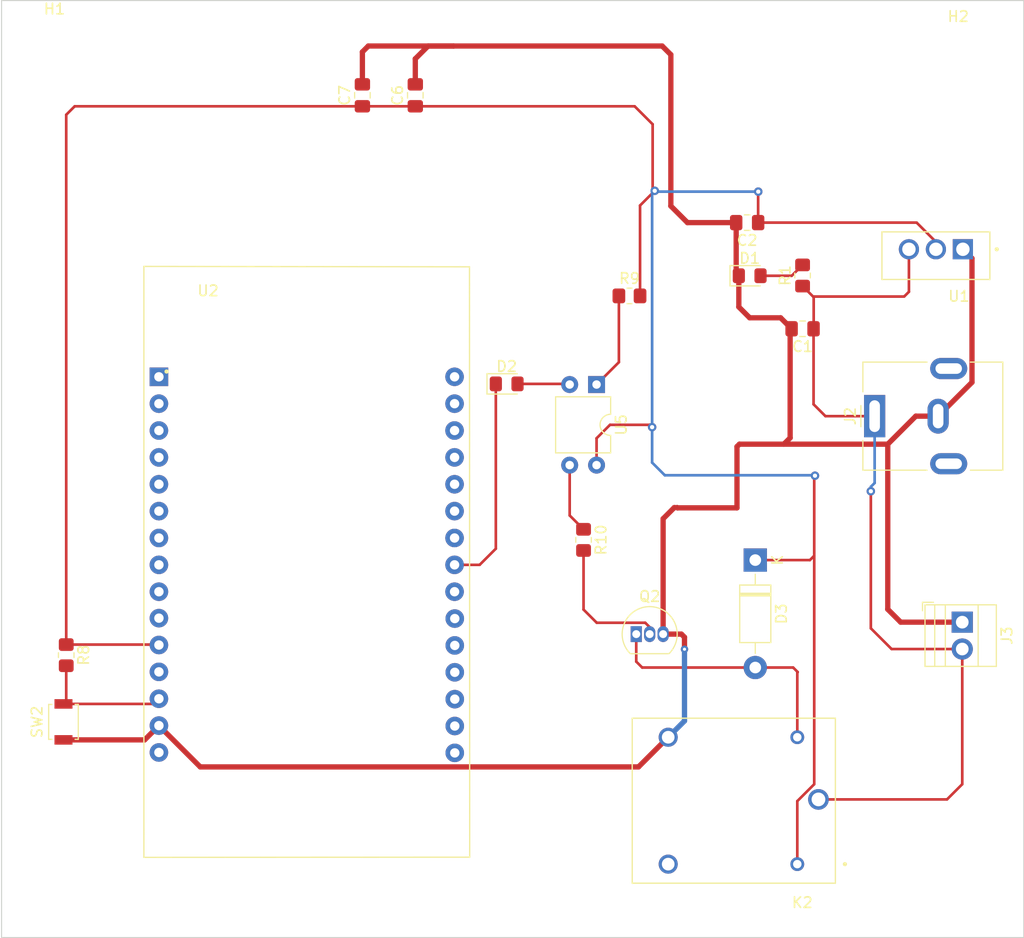
<source format=kicad_pcb>
(kicad_pcb (version 20240108) (generator "pcbnew") (generator_version "8.0")
  (title_block (title "water_ctrl_hw") (date "2024-10-10"))
  (layers (0 "F.Cu" signal) (31 "B.Cu" signal) (34 "B.Paste" user) (35 "F.Paste" user) (36 "B.SilkS" user "B.Silkscreen") (37 "F.SilkS" user "F.Silkscreen") (38 "B.Mask" user) (39 "F.Mask" user) (44 "Edge.Cuts" user))
  (net 0 "")
  (net 1 "+12V")
  (net 2 "GND")
  (net 3 "+3V3")
  (net 4 "Net-(SW2-B)")
  (net 5 "Net-(D1-A)")
  (net 6 "/IO_21")
  (net 7 "Net-(D2-A)")
  (net 8 "Net-(D3-A)")
  (net 9 "Net-(Q2-B)")
  (net 10 "Net-(R9-Pad1)")
  (net 11 "Net-(R10-Pad1)")
  (footprint "Resistor_SMD:R_0805_2012Metric_Pad1.20x1.40mm_HandSolder" (layer "F.Cu") (at 188.2 81 90)
    (property "Reference" "R1" (at 0 -1.65 90) (layer "F.SilkS"))
    (property "Value" "2K")
    (fp_line (start -0.227064 -0.735) (end 0.227064 -0.735) (stroke (width 0.12)) (layer "F.SilkS"))
    (fp_line (start -0.227064 0.735) (end 0.227064 0.735) (stroke (width 0.12)) (layer "F.SilkS"))
    (pad "1" smd roundrect (at -1 0 90) (size 1.2 1.4) (layers "F.Cu" "F.Paste" "F.Mask") (roundrect_rratio 0.208333) (net 1 "+12V"))
    (pad "2" smd roundrect (at 1 0 90) (size 1.2 1.4) (layers "F.Cu" "F.Paste" "F.Mask") (roundrect_rratio 0.208333) (net 5 "Net-(D1-A)"))
  )
  (footprint "Diode_THT:D_DO-41_SOD81_P10.16mm_Horizontal" (layer "F.Cu") (at 183.73 107.91 -90)
    (property "Reference" "D3" (at 5.08 -2.47 90) (layer "F.SilkS"))
    (property "Value" "1N4007")
    (fp_line (start 2.36 1.47) (end 7.8 1.47) (stroke (width 0.12)) (layer "F.SilkS"))
    (fp_line (start 7.8 1.47) (end 7.8 -1.47) (stroke (width 0.12)) (layer "F.SilkS"))
    (fp_line (start 1.34 0) (end 2.36 0) (stroke (width 0.12)) (layer "F.SilkS"))
    (fp_line (start 8.82 0) (end 7.8 0) (stroke (width 0.12)) (layer "F.SilkS"))
    (fp_line (start 2.36 -1.47) (end 2.36 1.47) (stroke (width 0.12)) (layer "F.SilkS"))
    (fp_line (start 3.14 -1.47) (end 3.14 1.47) (stroke (width 0.12)) (layer "F.SilkS"))
    (fp_line (start 3.26 -1.47) (end 3.26 1.47) (stroke (width 0.12)) (layer "F.SilkS"))
    (fp_line (start 3.38 -1.47) (end 3.38 1.47) (stroke (width 0.12)) (layer "F.SilkS"))
    (fp_line (start 7.8 -1.47) (end 2.36 -1.47) (stroke (width 0.12)) (layer "F.SilkS"))
    (fp_text user "K" (at 0 -2.1 90) (layer "F.SilkS"))
    (pad "1" thru_hole rect (at 0 0 270) (size 2.2 2.2) (drill 1.1) (layers "*.Cu" "*.Mask") (net 3 "+3V3"))
    (pad "2" thru_hole oval (at 10.16 0 270) (size 2.2 2.2) (drill 1.1) (layers "*.Cu" "*.Mask") (net 8 "Net-(D3-A)"))
  )
  (footprint "LED_SMD:LED_0805_2012Metric_Pad1.15x1.40mm_HandSolder" (layer "F.Cu") (at 160.235 91.25)
    (property "Reference" "D2" (at 0 -1.65 0) (layer "F.SilkS"))
    (property "Value" "RED_LED")
    (fp_line (start -1.86 -0.96) (end -1.86 0.96) (stroke (width 0.12)) (layer "F.SilkS"))
    (fp_line (start -1.86 0.96) (end 1 0.96) (stroke (width 0.12)) (layer "F.SilkS"))
    (fp_line (start 1 -0.96) (end -1.86 -0.96) (stroke (width 0.12)) (layer "F.SilkS"))
    (pad "1" smd roundrect (at -1.025 0) (size 1.15 1.4) (layers "F.Cu" "F.Paste" "F.Mask") (roundrect_rratio 0.217391) (net 6 "/IO_21"))
    (pad "2" smd roundrect (at 1.025 0) (size 1.15 1.4) (layers "F.Cu" "F.Paste" "F.Mask") (roundrect_rratio 0.217391) (net 7 "Net-(D2-A)"))
  )
  (footprint "LED_SMD:LED_0805_2012Metric_Pad1.15x1.40mm_HandSolder" (layer "F.Cu") (at 183.2 81.025)
    (property "Reference" "D1" (at 0 -1.65 0) (layer "F.SilkS"))
    (property "Value" "YELLOW_LED")
    (fp_line (start -1.86 -0.96) (end -1.86 0.96) (stroke (width 0.12)) (layer "F.SilkS"))
    (fp_line (start -1.86 0.96) (end 1 0.96) (stroke (width 0.12)) (layer "F.SilkS"))
    (fp_line (start 1 -0.96) (end -1.86 -0.96) (stroke (width 0.12)) (layer "F.SilkS"))
    (pad "1" smd roundrect (at -1.025 0) (size 1.15 1.4) (layers "F.Cu" "F.Paste" "F.Mask") (roundrect_rratio 0.217391) (net 2 "GND"))
    (pad "2" smd roundrect (at 1.025 0) (size 1.15 1.4) (layers "F.Cu" "F.Paste" "F.Mask") (roundrect_rratio 0.217391) (net 5 "Net-(D1-A)"))
  )
  (footprint "Resistor_SMD:R_0805_2012Metric_Pad1.20x1.40mm_HandSolder" (layer "F.Cu") (at 118.61 116.9 -90)
    (property "Reference" "R8" (at 0 -1.65 90) (layer "F.SilkS"))
    (property "Value" "10K")
    (fp_line (start -0.227064 0.735) (end 0.227064 0.735) (stroke (width 0.12)) (layer "F.SilkS"))
    (fp_line (start -0.227064 -0.735) (end 0.227064 -0.735) (stroke (width 0.12)) (layer "F.SilkS"))
    (pad "1" smd roundrect (at -1 0 270) (size 1.2 1.4) (layers "F.Cu" "F.Paste" "F.Mask") (roundrect_rratio 0.208333) (net 3 "+3V3"))
    (pad "2" smd roundrect (at 1 0 270) (size 1.2 1.4) (layers "F.Cu" "F.Paste" "F.Mask") (roundrect_rratio 0.208333) (net 4 "Net-(SW2-B)"))
  )
  (footprint "Package_DIP:DIP-4_W7.62mm" (layer "F.Cu") (at 168.73 91.31 -90)
    (property "Reference" "U5" (at 3.81 -2.33 -90) (layer "F.SilkS"))
    (property "Value" "PC817")
    (fp_line (start 1.16 3.87) (end 6.46 3.87) (stroke (width 0.12)) (layer "F.SilkS"))
    (fp_line (start 6.46 3.87) (end 6.46 -1.33) (stroke (width 0.12)) (layer "F.SilkS"))
    (fp_line (start 1.16 -1.33) (end 1.16 3.87) (stroke (width 0.12)) (layer "F.SilkS"))
    (fp_line (start 2.81 -1.33) (end 1.16 -1.33) (stroke (width 0.12)) (layer "F.SilkS"))
    (fp_line (start 6.46 -1.33) (end 4.81 -1.33) (stroke (width 0.12)) (layer "F.SilkS"))
    (fp_arc (start 4.81 -1.33) (mid 3.81 -0.33) (end 2.81 -1.33) (stroke (width 0.12)) (layer "F.SilkS"))
    (pad "1" thru_hole rect (at 0 0 270) (size 1.6 1.6) (drill 0.8) (layers "*.Cu" "*.Mask") (net 10 "Net-(R9-Pad1)"))
    (pad "2" thru_hole oval (at 0 2.54 270) (size 1.6 1.6) (drill 0.8) (layers "*.Cu" "*.Mask") (net 7 "Net-(D2-A)"))
    (pad "3" thru_hole oval (at 7.62 2.54 270) (size 1.6 1.6) (drill 0.8) (layers "*.Cu" "*.Mask") (net 11 "Net-(R10-Pad1)"))
    (pad "4" thru_hole oval (at 7.62 0 270) (size 1.6 1.6) (drill 0.8) (layers "*.Cu" "*.Mask") (net 3 "+3V3"))
  )
  (footprint "MountingHole:MountingHole_3.2mm_M3" (layer "F.Cu") (at 202.91 60.71)
    (property "Reference" "H2" (at 0 -4.2 0) (layer "F.SilkS"))
    (property "Value" "MountingHole" (hide yes))
    (pad "" np_thru_hole circle (at 0 0) (size 3.2 3.2) (drill 3.2) (layers "*.Cu" "*.Mask"))
  )
  (footprint "Resistor_SMD:R_0805_2012Metric_Pad1.20x1.40mm_HandSolder" (layer "F.Cu") (at 167.5 106 -90)
    (property "Reference" "R10" (at 0 -1.65 90) (layer "F.SilkS"))
    (property "Value" "1K")
    (fp_line (start -0.227064 0.735) (end 0.227064 0.735) (stroke (width 0.12)) (layer "F.SilkS"))
    (fp_line (start -0.227064 -0.735) (end 0.227064 -0.735) (stroke (width 0.12)) (layer "F.SilkS"))
    (pad "1" smd roundrect (at -1 0 270) (size 1.2 1.4) (layers "F.Cu" "F.Paste" "F.Mask") (roundrect_rratio 0.208333) (net 11 "Net-(R10-Pad1)"))
    (pad "2" smd roundrect (at 1 0 270) (size 1.2 1.4) (layers "F.Cu" "F.Paste" "F.Mask") (roundrect_rratio 0.208333) (net 9 "Net-(Q2-B)"))
  )
  (footprint "Button_Switch_SMD:SW_SPST_B3U-1000P" (layer "F.Cu") (at 118.35 123.21 90)
    (property "Reference" "SW2" (at 0 -2.5 90) (layer "F.SilkS"))
    (property "Value" "SW_SPST")
    (fp_line (start 1.65 -1.4) (end 1.65 -1.1) (stroke (width 0.12)) (layer "F.SilkS"))
    (fp_line (start -1.65 -1.4) (end 1.65 -1.4) (stroke (width 0.12)) (layer "F.SilkS"))
    (fp_line (start -1.65 -1.1) (end -1.65 -1.4) (stroke (width 0.12)) (layer "F.SilkS"))
    (fp_line (start -1.65 1.1) (end -1.65 1.4) (stroke (width 0.12)) (layer "F.SilkS"))
    (fp_line (start 1.65 1.4) (end 1.65 1.1) (stroke (width 0.12)) (layer "F.SilkS"))
    (fp_line (start -1.65 1.4) (end 1.65 1.4) (stroke (width 0.12)) (layer "F.SilkS"))
    (pad "1" smd rect (at -1.7 0 90) (size 0.9 1.7) (layers "F.Cu" "F.Paste" "F.Mask") (net 2 "GND"))
    (pad "2" smd rect (at 1.7 0 90) (size 0.9 1.7) (layers "F.Cu" "F.Paste" "F.Mask") (net 4 "Net-(SW2-B)"))
  )
  (footprint "TerminalBlock:TerminalBlock_Xinya_XY308-2.54-2P_1x02_P2.54mm_Horizontal" (layer "F.Cu") (at 203.29 113.78 -90)
    (property "Reference" "J3" (at 1.27 -4.22 90) (layer "F.SilkS"))
    (property "Value" "Screw_Terminal_01x02")
    (fp_line (start -1.88 3.76) (end -1.08 3.76) (stroke (width 0.12)) (layer "F.SilkS"))
    (fp_line (start -1.64 3.52) (end 4.18 3.52) (stroke (width 0.12)) (layer "F.SilkS"))
    (fp_line (start -1.88 2.72) (end -1.88 3.76) (stroke (width 0.12)) (layer "F.SilkS"))
    (fp_line (start -1.64 2.6) (end 4.18 2.6) (stroke (width 0.12)) (layer "F.SilkS"))
    (fp_line (start -1.64 1.6) (end 4.18 1.6) (stroke (width 0.12)) (layer "F.SilkS"))
    (fp_line (start -1.64 -1.501) (end 4.18 -1.501) (stroke (width 0.12)) (layer "F.SilkS"))
    (fp_line (start -1.64 -3.22) (end -1.64 3.52) (stroke (width 0.12)) (layer "F.SilkS"))
    (fp_line (start -1.64 -3.22) (end 4.18 -3.22) (stroke (width 0.12)) (layer "F.SilkS"))
    (fp_line (start 4.18 -3.22) (end 4.18 3.52) (stroke (width 0.12)) (layer "F.SilkS"))
    (pad "1" thru_hole rect (at 0 0 270) (size 2 2) (drill 1.2) (layers "*.Cu" "*.Mask") (net 2 "GND"))
    (pad "2" thru_hole circle (at 2.54 0 270) (size 2 2) (drill 1.2) (layers "*.Cu" "*.Mask") (net 1 "+12V"))
  )
  (footprint "LD1117V33:TO255P1020X450X1968-3" (layer "F.Cu") (at 200.8 79.125 180)
    (property "Reference" "U1" (at -2.175 -3.84 0) (layer "F.SilkS"))
    (property "Value" "LD1117V33")
    (fp_line (start 5.1 2.25) (end -5.1 2.25) (stroke (width 0.127)) (layer "F.SilkS"))
    (fp_line (start 5.1 -2.25) (end 5.1 2.25) (stroke (width 0.127)) (layer "F.SilkS"))
    (fp_line (start -5.1 2.25) (end -5.1 -2.25) (stroke (width 0.127)) (layer "F.SilkS"))
    (fp_line (start -5.1 -2.25) (end 5.1 -2.25) (stroke (width 0.127)) (layer "F.SilkS"))
    (fp_circle (center -5.75 0.605) (end -5.65 0.605) (stroke (width 0.2)) (fill none) (layer "F.SilkS"))
    (pad "1" thru_hole rect (at -2.55 0.605 180) (size 1.91 1.91) (drill 1.27) (layers "*.Cu" "*.Mask") (net 2 "GND"))
    (pad "2" thru_hole circle (at 0 0.605 180) (size 1.91 1.91) (drill 1.27) (layers "*.Cu" "*.Mask") (net 3 "+3V3"))
    (pad "3" thru_hole circle (at 2.55 0.605 180) (size 1.91 1.91) (drill 1.27) (layers "*.Cu" "*.Mask") (net 1 "+12V"))
  )
  (footprint "Capacitor_SMD:C_0805_2012Metric_Pad1.18x1.45mm_HandSolder" (layer "F.Cu") (at 188.2 86.0375 180)
    (property "Reference" "C1" (at 0 -1.68 0) (layer "F.SilkS"))
    (property "Value" "100nF")
    (fp_line (start -0.261252 0.735) (end 0.261252 0.735) (stroke (width 0.12)) (layer "F.SilkS"))
    (fp_line (start -0.261252 -0.735) (end 0.261252 -0.735) (stroke (width 0.12)) (layer "F.SilkS"))
    (pad "1" smd roundrect (at -1.0375 0 180) (size 1.175 1.45) (layers "F.Cu" "F.Paste" "F.Mask") (roundrect_rratio 0.212766) (net 1 "+12V"))
    (pad "2" smd roundrect (at 1.0375 0 180) (size 1.175 1.45) (layers "F.Cu" "F.Paste" "F.Mask") (roundrect_rratio 0.212766) (net 2 "GND"))
  )
  (footprint "Capacitor_SMD:C_0805_2012Metric_Pad1.18x1.45mm_HandSolder" (layer "F.Cu") (at 151.6 63.9625 90)
    (property "Reference" "C6" (at 0 -1.68 90) (layer "F.SilkS"))
    (property "Value" "0.1uF")
    (fp_line (start -0.261252 -0.735) (end 0.261252 -0.735) (stroke (width 0.12)) (layer "F.SilkS"))
    (fp_line (start -0.261252 0.735) (end 0.261252 0.735) (stroke (width 0.12)) (layer "F.SilkS"))
    (pad "1" smd roundrect (at -1.0375 0 90) (size 1.175 1.45) (layers "F.Cu" "F.Paste" "F.Mask") (roundrect_rratio 0.212766) (net 3 "+3V3"))
    (pad "2" smd roundrect (at 1.0375 0 90) (size 1.175 1.45) (layers "F.Cu" "F.Paste" "F.Mask") (roundrect_rratio 0.212766) (net 2 "GND"))
  )
  (footprint "myNodemcuv3:myNodeMcuv3" (layer "F.Cu") (at 141.34 108.08)
    (property "Reference" "U2" (at -9.325 -25.635 0) (layer "F.SilkS"))
    (property "Value" "myNodemcUv3")
    (fp_line (start -15.39 -27.94) (end 15.38 -27.9) (stroke (width 0.127)) (layer "F.SilkS"))
    (fp_line (start -15.39 27.94) (end -15.39 -27.94) (stroke (width 0.127)) (layer "F.SilkS"))
    (fp_line (start -15.39 27.94) (end 15.4 27.92) (stroke (width 0.127)) (layer "F.SilkS"))
    (fp_line (start 15.38 -27.9) (end 15.4 27.92) (stroke (width 0.127)) (layer "F.SilkS"))
    (fp_circle (center -13.25 -18) (end -13.15 -18) (stroke (width 0.2)) (fill none) (layer "F.SilkS"))
    (pad "" np_thru_hole circle (at -13.5 25.51) (size 3.2 3.2) (drill 3.2) (layers "*.Cu" "*.Mask"))
    (pad "" np_thru_hole circle (at -13.38 -25.64) (size 3.2 3.2) (drill 3.2) (layers "*.Cu" "*.Mask"))
    (pad "" np_thru_hole circle (at 13.45 25.55) (size 3.2 3.2) (drill 3.2) (layers "*.Cu" "*.Mask"))
    (pad "" np_thru_hole circle (at 13.66 -25.58) (size 3.2 3.2) (drill 3.2) (layers "*.Cu" "*.Mask"))
    (pad "1" thru_hole rect (at -13.97 -17.5) (size 1.7526 1.7526) (drill 0.889) (layers "*.Cu" "*.Mask"))
    (pad "2" thru_hole circle (at -13.97 -14.96) (size 1.7526 1.7526) (drill 0.889) (layers "*.Cu" "*.Mask"))
    (pad "3" thru_hole circle (at -13.97 -12.42) (size 1.7526 1.7526) (drill 0.889) (layers "*.Cu" "*.Mask"))
    (pad "4" thru_hole circle (at -13.97 -9.88) (size 1.7526 1.7526) (drill 0.889) (layers "*.Cu" "*.Mask"))
    (pad "5" thru_hole circle (at -13.97 -7.34) (size 1.7526 1.7526) (drill 0.889) (layers "*.Cu" "*.Mask"))
    (pad "6" thru_hole circle (at -13.97 -4.8) (size 1.7526 1.7526) (drill 0.889) (layers "*.Cu" "*.Mask"))
    (pad "7" thru_hole circle (at -13.97 -2.26) (size 1.7526 1.7526) (drill 0.889) (layers "*.Cu" "*.Mask"))
    (pad "8" thru_hole circle (at -13.97 0.28) (size 1.7526 1.7526) (drill 0.889) (layers "*.Cu" "*.Mask"))
    (pad "9" thru_hole circle (at -13.97 2.82) (size 1.7526 1.7526) (drill 0.889) (layers "*.Cu" "*.Mask"))
    (pad "10" thru_hole circle (at -13.97 5.32) (size 1.7526 1.7526) (drill 0.889) (layers "*.Cu" "*.Mask"))
    (pad "11" thru_hole circle (at -13.97 7.86) (size 1.7526 1.7526) (drill 0.889) (layers "*.Cu" "*.Mask") (net 3 "+3V3"))
    (pad "12" thru_hole circle (at -13.97 10.4) (size 1.7526 1.7526) (drill 0.889) (layers "*.Cu" "*.Mask"))
    (pad "13" thru_hole circle (at -13.97 12.94) (size 1.7526 1.7526) (drill 0.889) (layers "*.Cu" "*.Mask") (net 4 "Net-(SW2-B)"))
    (pad "14" thru_hole circle (at -13.97 15.48) (size 1.7526 1.7526) (drill 0.889) (layers "*.Cu" "*.Mask") (net 2 "GND"))
    (pad "15" thru_hole circle (at -13.97 18.02) (size 1.7526 1.7526) (drill 0.889) (layers "*.Cu" "*.Mask"))
    (pad "16" thru_hole circle (at 13.99 18.06) (size 1.7526 1.7526) (drill 0.889) (layers "*.Cu" "*.Mask"))
    (pad "17" thru_hole circle (at 13.99 15.52) (size 1.7526 1.7526) (drill 0.889) (layers "*.Cu" "*.Mask"))
    (pad "18" thru_hole circle (at 13.99 12.98) (size 1.7526 1.7526) (drill 0.889) (layers "*.Cu" "*.Mask"))
    (pad "19" thru_hole circle (at 13.99 10.44) (size 1.7526 1.7526) (drill 0.889) (layers "*.Cu" "*.Mask"))
    (pad "20" thru_hole circle (at 13.99 7.9) (size 1.7526 1.7526) (drill 0.889) (layers "*.Cu" "*.Mask"))
    (pad "21" thru_hole circle (at 13.99 5.36) (size 1.7526 1.7526) (drill 0.889) (layers "*.Cu" "*.Mask"))
    (pad "22" thru_hole circle (at 13.97 2.82) (size 1.7526 1.7526) (drill 0.889) (layers "*.Cu" "*.Mask"))
    (pad "23" thru_hole circle (at 13.97 0.28) (size 1.7526 1.7526) (drill 0.889) (layers "*.Cu" "*.Mask") (net 6 "/IO_21"))
    (pad "24" thru_hole circle (at 13.97 -2.26) (size 1.7526 1.7526) (drill 0.889) (layers "*.Cu" "*.Mask"))
    (pad "25" thru_hole circle (at 13.97 -4.8) (size 1.7526 1.7526) (drill 0.889) (layers "*.Cu" "*.Mask"))
    (pad "26" thru_hole circle (at 13.97 -7.34) (size 1.7526 1.7526) (drill 0.889) (layers "*.Cu" "*.Mask"))
    (pad "27" thru_hole circle (at 13.97 -9.88) (size 1.7526 1.7526) (drill 0.889) (layers "*.Cu" "*.Mask"))
    (pad "28" thru_hole circle (at 13.97 -12.42) (size 1.7526 1.7526) (drill 0.889) (layers "*.Cu" "*.Mask"))
    (pad "29" thru_hole circle (at 13.97 -14.96) (size 1.7526 1.7526) (drill 0.889) (layers "*.Cu" "*.Mask"))
    (pad "30" thru_hole circle (at 13.97 -17.5) (size 1.7526 1.7526) (drill 0.889) (layers "*.Cu" "*.Mask"))
  )
  (footprint "Capacitor_SMD:C_0805_2012Metric_Pad1.18x1.45mm_HandSolder" (layer "F.Cu") (at 182.9625 76 180)
    (property "Reference" "C2" (at 0 -1.68 0) (layer "F.SilkS"))
    (property "Value" "10uF")
    (fp_line (start -0.261252 0.735) (end 0.261252 0.735) (stroke (width 0.12)) (layer "F.SilkS"))
    (fp_line (start -0.261252 -0.735) (end 0.261252 -0.735) (stroke (width 0.12)) (layer "F.SilkS"))
    (pad "1" smd roundrect (at -1.0375 0 180) (size 1.175 1.45) (layers "F.Cu" "F.Paste" "F.Mask") (roundrect_rratio 0.212766) (net 3 "+3V3"))
    (pad "2" smd roundrect (at 1.0375 0 180) (size 1.175 1.45) (layers "F.Cu" "F.Paste" "F.Mask") (roundrect_rratio 0.212766) (net 2 "GND"))
  )
  (footprint "Package_TO_SOT_THT:TO-92_Inline" (layer "F.Cu") (at 172.48 114.91)
    (property "Reference" "Q2" (at 1.27 -3.56 0) (layer "F.SilkS"))
    (property "Value" "BC547A")
    (fp_line (start -0.53 1.85) (end 3.07 1.85) (stroke (width 0.12)) (layer "F.SilkS"))
    (fp_arc (start -0.568478 1.838478) (mid -1.132087 -0.994977) (end 1.27 -2.6) (stroke (width 0.12)) (layer "F.SilkS"))
    (fp_arc (start 1.27 -2.6) (mid 3.672087 -0.994977) (end 3.108478 1.838478) (stroke (width 0.12)) (layer "F.SilkS"))
    (pad "1" thru_hole rect (at 0 0) (size 1.05 1.5) (drill 0.75) (layers "*.Cu" "*.Mask") (net 8 "Net-(D3-A)"))
    (pad "2" thru_hole oval (at 1.27 0) (size 1.05 1.5) (drill 0.75) (layers "*.Cu" "*.Mask") (net 9 "Net-(Q2-B)"))
    (pad "3" thru_hole oval (at 2.54 0) (size 1.05 1.5) (drill 0.75) (layers "*.Cu" "*.Mask") (net 2 "GND"))
  )
  (footprint "MountingHole:MountingHole_3.2mm_M3" (layer "F.Cu") (at 117.5 60)
    (property "Reference" "H1" (at 0 -4.2 0) (layer "F.SilkS"))
    (property "Value" "MountingHole")
    (pad "" np_thru_hole circle (at 0 0) (size 3.2 3.2) (drill 3.2) (layers "*.Cu" "*.Mask"))
  )
  (footprint "MountingHole:MountingHole_3.2mm_M3" (layer "F.Cu") (at 202.58 136.5)
    (property "Reference" "H3" (hide yes))
    (property "Value" "MountingHole")
    (pad "" np_thru_hole circle (at 0 0) (size 3.2 3.2) (drill 3.2) (layers "*.Cu" "*.Mask"))
  )
  (footprint "MountingHole:MountingHole_3.2mm_M3" (layer "F.Cu") (at 117.5 137.5)
    (property "Reference" "H4" (hide yes))
    (property "Value" "MountingHole")
    (pad "" np_thru_hole circle (at 0 0) (size 3.2 3.2) (drill 3.2) (layers "*.Cu" "*.Mask"))
  )
  (footprint "Connector_BarrelJack:BarrelJack_CUI_PJ-063AH_Horizontal" (layer "F.Cu") (at 195.01 94.3 90)
    (property "Reference" "J2" (at 0 -2.3 90) (layer "F.SilkS"))
    (property "Value" "Jack-DC")
    (fp_line (start -1 -1.3) (end 1 -1.3) (stroke (width 0.12)) (layer "F.SilkS"))
    (fp_line (start 5.11 -1.11) (end 5.11 4.95) (stroke (width 0.12)) (layer "F.SilkS"))
    (fp_line (start 2.3 -1.11) (end 5.11 -1.11) (stroke (width 0.12)) (layer "F.SilkS"))
    (fp_line (start -5.11 -1.11) (end -2.3 -1.11) (stroke (width 0.12)) (layer "F.SilkS"))
    (fp_line (start -5.11 4.95) (end -5.11 -1.11) (stroke (width 0.12)) (layer "F.SilkS"))
    (fp_line (start 5.11 9.05) (end 5.11 12.11) (stroke (width 0.12)) (layer "F.SilkS"))
    (fp_line (start 5.11 12.11) (end -5.11 12.11) (stroke (width 0.12)) (layer "F.SilkS"))
    (fp_line (start -5.11 12.11) (end -5.11 9.05) (stroke (width 0.12)) (layer "F.SilkS"))
    (pad "" np_thru_hole circle (at 0 9 90) (size 1.6 1.6) (drill 1.6) (layers "*.Cu" "*.Mask"))
    (pad "1" thru_hole rect (at 0 0 90) (size 4 2) (drill oval 3 1) (layers "*.Cu" "*.Mask") (net 1 "+12V"))
    (pad "2" thru_hole oval (at 0 6 90) (size 3.3 2) (drill oval 2.3 1) (layers "*.Cu" "*.Mask") (net 2 "GND"))
    (pad "MP" thru_hole oval (at -4.5 7 90) (size 2 3.5) (drill oval 1 2.5) (layers "*.Cu" "*.Mask"))
    (pad "MP" thru_hole oval (at 4.5 7 90) (size 2 3.5) (drill oval 1 2.5) (layers "*.Cu" "*.Mask"))
  )
  (footprint "Capacitor_SMD:C_0805_2012Metric_Pad1.18x1.45mm_HandSolder" (layer "F.Cu") (at 146.6 63.9625 90)
    (property "Reference" "C7" (at 0 -1.68 90) (layer "F.SilkS"))
    (property "Value" "22uF")
    (fp_line (start -0.261252 -0.735) (end 0.261252 -0.735) (stroke (width 0.12)) (layer "F.SilkS"))
    (fp_line (start -0.261252 0.735) (end 0.261252 0.735) (stroke (width 0.12)) (layer "F.SilkS"))
    (pad "1" smd roundrect (at -1.0375 0 90) (size 1.175 1.45) (layers "F.Cu" "F.Paste" "F.Mask") (roundrect_rratio 0.212766) (net 3 "+3V3"))
    (pad "2" smd roundrect (at 1.0375 0 90) (size 1.175 1.45) (layers "F.Cu" "F.Paste" "F.Mask") (roundrect_rratio 0.212766) (net 2 "GND"))
  )
  (footprint "Resistor_SMD:R_0805_2012Metric_Pad1.20x1.40mm_HandSolder" (layer "F.Cu") (at 171.84 82.93)
    (property "Reference" "R9" (at 0 -1.65 0) (layer "F.SilkS"))
    (property "Value" "1K")
    (fp_line (start -0.227064 -0.735) (end 0.227064 -0.735) (stroke (width 0.12)) (layer "F.SilkS"))
    (fp_line (start -0.227064 0.735) (end 0.227064 0.735) (stroke (width 0.12)) (layer "F.SilkS"))
    (pad "1" smd roundrect (at -1 0) (size 1.2 1.4) (layers "F.Cu" "F.Paste" "F.Mask") (roundrect_rratio 0.208333) (net 10 "Net-(R9-Pad1)"))
    (pad "2" smd roundrect (at 1 0) (size 1.2 1.4) (layers "F.Cu" "F.Paste" "F.Mask") (roundrect_rratio 0.208333) (net 3 "+3V3"))
  )
  (footprint "SRD-12VDC-SL-C:RELAY_SRD-12VDC-SL-C" (layer "F.Cu") (at 181.6 130.66 180)
    (property "Reference" "K2" (at -6.575 -9.635 0) (layer "F.SilkS"))
    (property "Value" "SRD-12VDC-SL-C")
    (fp_line (start 9.5 7.8) (end 9.5 -7.8) (stroke (width 0.127)) (layer "F.SilkS"))
    (fp_line (start 9.5 -7.8) (end -9.7 -7.8) (stroke (width 0.127)) (layer "F.SilkS"))
    (fp_line (start -9.7 7.8) (end 9.5 7.8) (stroke (width 0.127)) (layer "F.SilkS"))
    (fp_line (start -9.7 -7.8) (end -9.7 7.8) (stroke (width 0.127)) (layer "F.SilkS"))
    (fp_circle (center -10.6 -6) (end -10.5 -6) (stroke (width 0.2)) (fill none) (layer "F.SilkS"))
    (pad "COIL1" thru_hole circle (at -6.1 -6 180) (size 1.308 1.308) (drill 0.8) (layers "*.Cu" "*.Mask") (net 3 "+3V3"))
    (pad "COIL2" thru_hole circle (at -6.1 6 180) (size 1.308 1.308) (drill 0.8) (layers "*.Cu" "*.Mask") (net 8 "Net-(D3-A)"))
    (pad "COM" thru_hole circle (at -8.1 0.12 180) (size 1.95 1.95) (drill 1.3) (layers "*.Cu" "*.Mask") (net 1 "+12V"))
    (pad "NC" thru_hole circle (at 6.1 -6 180) (size 1.8 1.8) (drill 1.2) (layers "*.Cu" "*.Mask"))
    (pad "NO" thru_hole circle (at 6.1 6 180) (size 1.8 1.8) (drill 1.2) (layers "*.Cu" "*.Mask") (net 2 "GND"))
  )
  (gr_rect (start 112.5 55) (end 209.1 143.6) (stroke (width 0.1)) (fill none) (layer "Edge.Cuts"))
  (segment (start 197.8 82.99) (end 189.31 82.99) (width 0.25) (layer "F.Cu") (net 1))
  (segment (start 189.2375 93.1775) (end 190.36 94.3) (width 0.25) (layer "F.Cu") (net 1))
  (segment (start 198.25 78.52) (end 198.25 82.54) (width 0.25) (layer "F.Cu") (net 1))
  (segment (start 189.31 82.99) (end 189.25 83.05) (width 0.25) (layer "F.Cu") (net 1))
  (segment (start 188.2 82) (end 189.25 83.05) (width 0.25) (layer "F.Cu") (net 1))
  (segment (start 203.29 129.1) (end 201.85 130.54) (width 0.25) (layer "F.Cu") (net 1))
  (segment (start 189.25 83.05) (end 189.25 86.025) (width 0.25) (layer "F.Cu") (net 1))
  (segment (start 201.85 130.54) (end 189.7 130.54) (width 0.25) (layer "F.Cu") (net 1))
  (segment (start 198.25 82.54) (end 197.8 82.99) (width 0.25) (layer "F.Cu") (net 1))
  (segment (start 189.2375 86.0375) (end 189.2375 93.1775) (width 0.25) (layer "F.Cu") (net 1))
  (segment (start 203.29 116.32) (end 203.29 129.1) (width 0.25) (layer "F.Cu") (net 1))
  (segment (start 190.36 94.3) (end 195.01 94.3) (width 0.25) (layer "F.Cu") (net 1))
  (segment (start 196.61 116.32) (end 194.65 114.36) (width 0.25) (layer "F.Cu") (net 1))
  (segment (start 203.29 116.32) (end 196.61 116.32) (width 0.25) (layer "F.Cu") (net 1))
  (segment (start 194.65 114.36) (end 194.65 101.4) (width 0.25) (layer "F.Cu") (net 1))
  (via (at 194.65 101.4) (size 0.8) (drill 0.4) (layers "F.Cu" "B.Cu") (net 1))
  (segment (start 194.65 101.4) (end 194.65 100.98) (width 0.25) (layer "B.Cu") (net 1))
  (segment (start 194.65 100.98) (end 195.01 100.62) (width 0.25) (layer "B.Cu") (net 1))
  (segment (start 195.01 100.62) (end 195.01 94.3) (width 0.25) (layer "B.Cu") (net 1))
  (segment (start 152.81 59.3) (end 151.6 60.51) (width 0.5) (layer "F.Cu") (net 2))
  (segment (start 175.75 74.43) (end 175.75 60.12) (width 0.5) (layer "F.Cu") (net 2))
  (segment (start 196.25 112.56) (end 196.25 96.95) (width 0.5) (layer "F.Cu") (net 2))
  (segment (start 182.175 83.975) (end 183.2 85) (width 0.5) (layer "F.Cu") (net 2))
  (segment (start 126.02 124.91) (end 127.37 123.56) (width 0.5) (layer "F.Cu") (net 2))
  (segment (start 204.21 91.1) (end 201.01 94.3) (width 0.5) (layer "F.Cu") (net 2))
  (segment (start 182 102.97) (end 182 97.18) (width 0.5) (layer "F.Cu") (net 2))
  (segment (start 181.925 80.775) (end 182.175 81.025) (width 0.5) (layer "F.Cu") (net 2))
  (segment (start 175.5 124.66) (end 172.6937 127.4663) (width 0.5) (layer "F.Cu") (net 2))
  (segment (start 172.6937 127.4663) (end 131.2763 127.4663) (width 0.5) (layer "F.Cu") (net 2))
  (segment (start 176.38 102.97) (end 182 102.97) (width 0.5) (layer "F.Cu") (net 2))
  (segment (start 176.36 102.95) (end 176.38 102.97) (width 0.5) (layer "F.Cu") (net 2))
  (segment (start 198.9 94.3) (end 201.01 94.3) (width 0.5) (layer "F.Cu") (net 2))
  (segment (start 196.25 96.95) (end 198.9 94.3) (width 0.5) (layer "F.Cu") (net 2))
  (segment (start 203.29 113.78) (end 197.47 113.78) (width 0.5) (layer "F.Cu") (net 2))
  (segment (start 127.03 123.9) (end 127.37 123.56) (width 0.5) (layer "F.Cu") (net 2))
  (segment (start 175.02 104) (end 176.07 102.95) (width 0.5) (layer "F.Cu") (net 2))
  (segment (start 175.02 114.91) (end 175.02 104) (width 0.5) (layer "F.Cu") (net 2))
  (segment (start 187.025 96.355) (end 186.43 96.95) (width 0.5) (layer "F.Cu") (net 2))
  (segment (start 146.6 62.925) (end 146.6 59.86) (width 0.5) (layer "F.Cu") (net 2))
  (segment (start 155.225 59.3) (end 152.81 59.3) (width 0.5) (layer "F.Cu") (net 2))
  (segment (start 182.175 81.025) (end 182.175 83.975) (width 0.5) (layer "F.Cu") (net 2))
  (segment (start 146.6 62.925) (end 146.865622 62.925) (width 0.5) (layer "F.Cu") (net 2))
  (segment (start 146.6 59.86) (end 147.16 59.3) (width 0.5) (layer "F.Cu") (net 2))
  (segment (start 177.04 115.2) (end 177.04 116.34) (width 0.5) (layer "F.Cu") (net 2))
  (segment (start 175.02 114.91) (end 176.75 114.91) (width 0.5) (layer "F.Cu") (net 2))
  (segment (start 204.21 79.38) (end 204.21 91.1) (width 0.5) (layer "F.Cu") (net 2))
  (segment (start 186.43 96.95) (end 182.23 96.95) (width 0.5) (layer "F.Cu") (net 2))
  (segment (start 196.25 96.95) (end 186.43 96.95) (width 0.5) (layer "F.Cu") (net 2))
  (segment (start 181.925 76) (end 177.32 76) (width 0.5) (layer "F.Cu") (net 2))
  (segment (start 175.75 60.12) (end 174.93 59.3) (width 0.5) (layer "F.Cu") (net 2))
  (segment (start 176.07 102.95) (end 176.36 102.95) (width 0.5) (layer "F.Cu") (net 2))
  (segment (start 174.93 59.3) (end 155.225 59.3) (width 0.5) (layer "F.Cu") (net 2))
  (segment (start 197.47 113.78) (end 196.25 112.56) (width 0.5) (layer "F.Cu") (net 2))
  (segment (start 131.2763 127.4663) (end 127.37 123.56) (width 0.5) (layer "F.Cu") (net 2))
  (segment (start 182.23 96.95) (end 182 97.18) (width 0.5) (layer "F.Cu") (net 2))
  (segment (start 177.32 76) (end 175.75 74.43) (width 0.5) (layer "F.Cu") (net 2))
  (segment (start 118.35 124.91) (end 126.02 124.91) (width 0.5) (layer "F.Cu") (net 2))
  (segment (start 186.125 85) (end 187.1625 86.0375) (width 0.5) (layer "F.Cu") (net 2))
  (segment (start 147.16 59.3) (end 155.225 59.3) (width 0.5) (layer "F.Cu") (net 2))
  (segment (start 176.75 114.91) (end 177.04 115.2) (width 0.5) (layer "F.Cu") (net 2))
  (segment (start 183.2 85) (end 186.125 85) (width 0.5) (layer "F.Cu") (net 2))
  (segment (start 151.6 60.51) (end 151.6 62.925) (width 0.5) (layer "F.Cu") (net 2))
  (segment (start 181.925 76) (end 181.925 80.775) (width 0.5) (layer "F.Cu") (net 2))
  (segment (start 187.025 86.175) (end 187.025 96.355) (width 0.5) (layer "F.Cu") (net 2))
  (segment (start 203.35 78.52) (end 204.21 79.38) (width 0.5) (layer "F.Cu") (net 2))
  (via (at 177.04 116.34) (size 0.7) (drill 0.3) (layers "F.Cu" "B.Cu") (net 2))
  (segment (start 177.04 116.34) (end 177.04 123.12) (width 0.5) (layer "B.Cu") (net 2))
  (segment (start 177.04 123.12) (end 175.5 124.66) (width 0.5) (layer "B.Cu") (net 2))
  (segment (start 170 95.12) (end 173.76 95.12) (width 0.25) (layer "F.Cu") (net 3))
  (segment (start 184 76) (end 184 73.08) (width 0.25) (layer "F.Cu") (net 3))
  (segment (start 187.7 130.701522) (end 187.7 136.66) (width 0.25) (layer "F.Cu") (net 3))
  (segment (start 189.37 99.93) (end 189.3 100) (width 0.25) (layer "F.Cu") (net 3))
  (segment (start 174.227347 72.992653) (end 172.84 74.38) (width 0.25) (layer "F.Cu") (net 3))
  (segment (start 183.73 107.91) (end 188.89 107.91) (width 0.25) (layer "F.Cu") (net 3))
  (segment (start 146.6 65) (end 119.41 65) (width 0.25) (layer "F.Cu") (net 3))
  (segment (start 174.03 66.7) (end 174.03 72.795306) (width 0.25) (layer "F.Cu") (net 3))
  (segment (start 188.89 107.91) (end 189.3 107.5) (width 0.25) (layer "F.Cu") (net 3))
  (segment (start 198.98 76) (end 200.61 77.63) (width 0.25) (layer "F.Cu") (net 3))
  (segment (start 118.61 115.9) (end 127.33 115.9) (width 0.25) (layer "F.Cu") (net 3))
  (segment (start 184 76) (end 198.98 76) (width 0.25) (layer "F.Cu") (net 3))
  (segment (start 151.5 65.1) (end 151.6 65) (width 0.25) (layer "F.Cu") (net 3))
  (segment (start 189.3 100) (end 189.3 107.5) (width 0.25) (layer "F.Cu") (net 3))
  (segment (start 172.84 74.38) (end 172.84 82.93) (width 0.25) (layer "F.Cu") (net 3))
  (segment (start 127.33 115.9) (end 127.37 115.94) (width 0.25) (layer "F.Cu") (net 3))
  (segment (start 173.76 95.12) (end 173.98 95.34) (width 0.25) (layer "F.Cu") (net 3))
  (segment (start 168.73 98.93) (end 168.73 96.39) (width 0.25) (layer "F.Cu") (net 3))
  (segment (start 119.41 65) (end 118.61 65.8) (width 0.25) (layer "F.Cu") (net 3))
  (segment (start 189.3 107.5) (end 189.3 129.101522) (width 0.25) (layer "F.Cu") (net 3))
  (segment (start 189.3 129.101522) (end 187.7 130.701522) (width 0.25) (layer "F.Cu") (net 3))
  (segment (start 174.03 72.795306) (end 174.227347 72.992653) (width 0.25) (layer "F.Cu") (net 3))
  (segment (start 172.33 65) (end 174.03 66.7) (width 0.25) (layer "F.Cu") (net 3))
  (segment (start 118.61 65.8) (end 118.61 115.9) (width 0.25) (layer "F.Cu") (net 3))
  (segment (start 168.73 96.39) (end 170 95.12) (width 0.25) (layer "F.Cu") (net 3))
  (segment (start 146.6 65) (end 151.6 65) (width 0.25) (layer "F.Cu") (net 3))
  (segment (start 151.6 65) (end 172.33 65) (width 0.25) (layer "F.Cu") (net 3))
  (segment (start 184 73.08) (end 184.01 73.07) (width 0.25) (layer "F.Cu") (net 3))
  (segment (start 118.65 115.94) (end 118.61 115.9) (width 0.25) (layer "F.Cu") (net 3))
  (via (at 173.98 95.34) (size 0.8) (drill 0.4) (layers "F.Cu" "B.Cu") (net 3))
  (via (at 184.01 73.07) (size 0.8) (drill 0.4) (layers "F.Cu" "B.Cu") (net 3))
  (via (at 174.227347 72.992653) (size 0.8) (drill 0.4) (layers "F.Cu" "B.Cu") (net 3))
  (via (at 189.37 99.93) (size 0.8) (drill 0.4) (layers "F.Cu" "B.Cu") (net 3))
  (segment (start 189.33 99.89) (end 189.37 99.93) (width 0.25) (layer "B.Cu") (net 3))
  (segment (start 173.98 98.69) (end 175.18 99.89) (width 0.25) (layer "B.Cu") (net 3))
  (segment (start 184.01 73.07) (end 174.304694 73.07) (width 0.25) (layer "B.Cu") (net 3))
  (segment (start 174.227347 72.992653) (end 173.98 73.24) (width 0.25) (layer "B.Cu") (net 3))
  (segment (start 174.304694 73.07) (end 174.227347 72.992653) (width 0.25) (layer "B.Cu") (net 3))
  (segment (start 173.98 73.24) (end 173.98 95.34) (width 0.25) (layer "B.Cu") (net 3))
  (segment (start 173.98 95.34) (end 173.98 98.69) (width 0.25) (layer "B.Cu") (net 3))
  (segment (start 175.18 99.89) (end 189.33 99.89) (width 0.25) (layer "B.Cu") (net 3))
  (segment (start 118.61 121.25) (end 118.35 121.51) (width 0.25) (layer "F.Cu") (net 4))
  (segment (start 118.62 121.24) (end 118.35 121.51) (width 0.25) (layer "F.Cu") (net 4))
  (segment (start 127.37 121.02) (end 126.85 121.54) (width 0.25) (layer "F.Cu") (net 4))
  (segment (start 126.88 121.51) (end 127.37 121.02) (width 0.25) (layer "F.Cu") (net 4))
  (segment (start 118.61 117.9) (end 118.61 121.25) (width 0.25) (layer "F.Cu") (net 4))
  (segment (start 118.35 121.51) (end 126.88 121.51) (width 0.25) (layer "F.Cu") (net 4))
  (segment (start 187.175 81.025) (end 188.2 80) (width 0.25) (layer "F.Cu") (net 5))
  (segment (start 184.225 81.025) (end 187.175 81.025) (width 0.25) (layer "F.Cu") (net 5))
  (segment (start 159.21 91.25) (end 159.21 106.83) (width 0.25) (layer "F.Cu") (net 6))
  (segment (start 157.68 108.36) (end 155.31 108.36) (width 0.25) (layer "F.Cu") (net 6))
  (segment (start 159.21 106.83) (end 157.68 108.36) (width 0.25) (layer "F.Cu") (net 6))
  (segment (start 161.26 91.25) (end 166.13 91.25) (width 0.25) (layer "F.Cu") (net 7))
  (segment (start 166.13 91.25) (end 166.19 91.31) (width 0.25) (layer "F.Cu") (net 7))
  (segment (start 187.31 118.07) (end 187.74 118.5) (width 0.25) (layer "F.Cu") (net 8))
  (segment (start 172.48 117.51) (end 173.04 118.07) (width 0.25) (layer "F.Cu") (net 8))
  (segment (start 183.73 118.07) (end 187.31 118.07) (width 0.25) (layer "F.Cu") (net 8))
  (segment (start 187.74 118.5) (end 187.7 118.54) (width 0.25) (layer "F.Cu") (net 8))
  (segment (start 173.04 118.07) (end 183.73 118.07) (width 0.25) (layer "F.Cu") (net 8))
  (segment (start 187.7 118.54) (end 187.7 124.66) (width 0.25) (layer "F.Cu") (net 8))
  (segment (start 172.48 114.91) (end 172.48 117.51) (width 0.25) (layer "F.Cu") (net 8))
  (segment (start 167.5 112.59) (end 168.745 113.835) (width 0.25) (layer "F.Cu") (net 9))
  (segment (start 168.745 113.835) (end 173.33 113.835) (width 0.25) (layer "F.Cu") (net 9))
  (segment (start 167.5 107) (end 167.5 112.59) (width 0.25) (layer "F.Cu") (net 9))
  (segment (start 173.75 114.255) (end 173.75 114.91) (width 0.25) (layer "F.Cu") (net 9))
  (segment (start 173.33 113.835) (end 173.75 114.255) (width 0.25) (layer "F.Cu") (net 9))
  (segment (start 167.5 107) (end 167.5 107.19) (width 0.25) (layer "F.Cu") (net 9))
  (segment (start 170.84 82.93) (end 170.84 89.2) (width 0.25) (layer "F.Cu") (net 10))
  (segment (start 170.84 89.2) (end 168.73 91.31) (width 0.25) (layer "F.Cu") (net 10))
  (segment (start 166.19 98.93) (end 166.19 103.69) (width 0.25) (layer "F.Cu") (net 11))
  (segment (start 166.19 103.69) (end 167.5 105) (width 0.25) (layer "F.Cu") (net 11))
)
</source>
